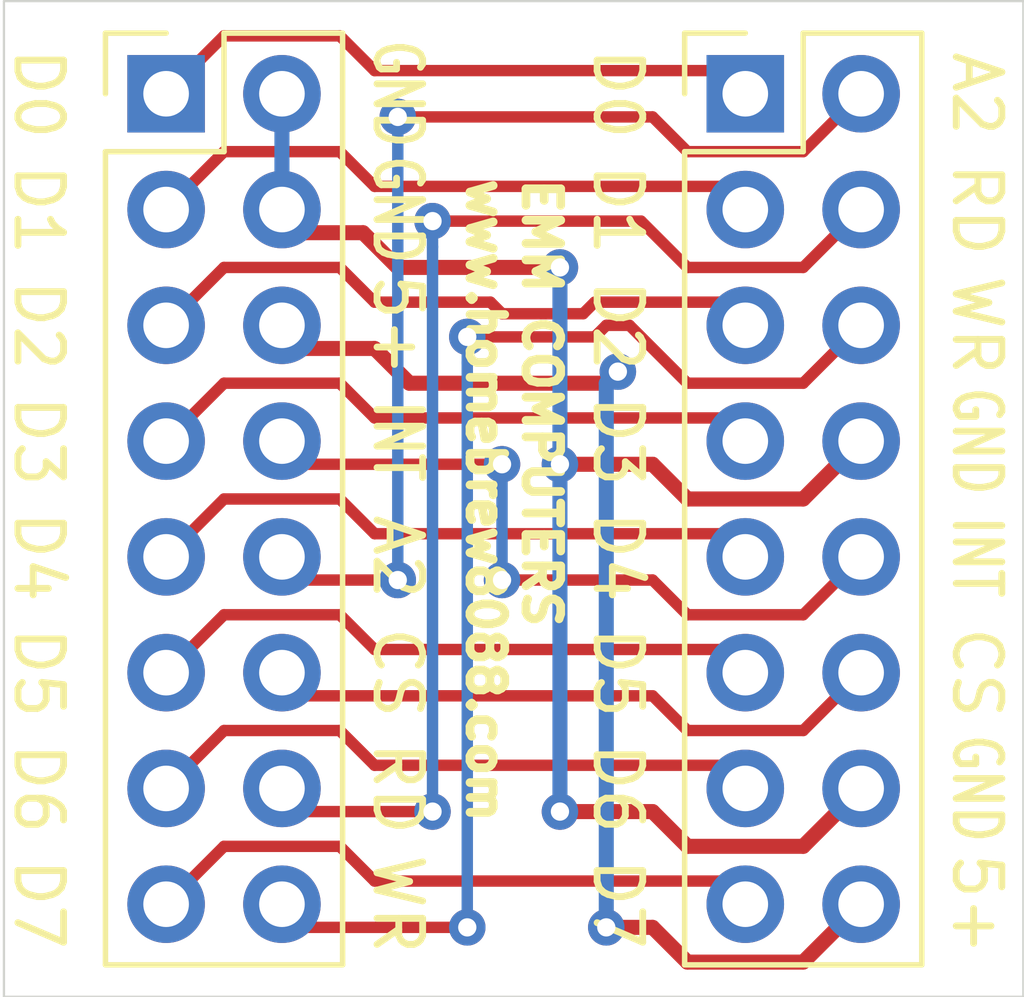
<source format=kicad_pcb>
(kicad_pcb (version 20171130) (host pcbnew "(5.1.8)-1")

  (general
    (thickness 1.6)
    (drawings 37)
    (tracks 129)
    (zones 0)
    (modules 2)
    (nets 16)
  )

  (page A4)
  (layers
    (0 F.Cu signal)
    (31 B.Cu signal)
    (32 B.Adhes user)
    (33 F.Adhes user)
    (34 B.Paste user)
    (35 F.Paste user)
    (36 B.SilkS user)
    (37 F.SilkS user)
    (38 B.Mask user)
    (39 F.Mask user)
    (40 Dwgs.User user)
    (41 Cmts.User user)
    (42 Eco1.User user)
    (43 Eco2.User user)
    (44 Edge.Cuts user)
    (45 Margin user)
    (46 B.CrtYd user)
    (47 F.CrtYd user)
    (48 B.Fab user)
    (49 F.Fab user)
  )

  (setup
    (last_trace_width 0.25)
    (trace_clearance 0.2)
    (zone_clearance 0.508)
    (zone_45_only no)
    (trace_min 0.2)
    (via_size 0.8)
    (via_drill 0.4)
    (via_min_size 0.4)
    (via_min_drill 0.3)
    (uvia_size 0.3)
    (uvia_drill 0.1)
    (uvias_allowed no)
    (uvia_min_size 0.2)
    (uvia_min_drill 0.1)
    (edge_width 0.05)
    (segment_width 0.2)
    (pcb_text_width 0.3)
    (pcb_text_size 1.5 1.5)
    (mod_edge_width 0.12)
    (mod_text_size 1 1)
    (mod_text_width 0.15)
    (pad_size 1.524 1.524)
    (pad_drill 0.762)
    (pad_to_mask_clearance 0)
    (aux_axis_origin 0 0)
    (visible_elements FFFFFF7F)
    (pcbplotparams
      (layerselection 0x010fc_ffffffff)
      (usegerberextensions false)
      (usegerberattributes false)
      (usegerberadvancedattributes true)
      (creategerberjobfile true)
      (excludeedgelayer true)
      (linewidth 0.100000)
      (plotframeref false)
      (viasonmask false)
      (mode 1)
      (useauxorigin false)
      (hpglpennumber 1)
      (hpglpenspeed 20)
      (hpglpendiameter 15.000000)
      (psnegative false)
      (psa4output false)
      (plotreference true)
      (plotvalue true)
      (plotinvisibletext false)
      (padsonsilk false)
      (subtractmaskfromsilk false)
      (outputformat 1)
      (mirror false)
      (drillshape 0)
      (scaleselection 1)
      (outputdirectory "Gerber/"))
  )

  (net 0 "")
  (net 1 /WR)
  (net 2 /D7)
  (net 3 /RD)
  (net 4 /D6)
  (net 5 /CS)
  (net 6 /D5)
  (net 7 /A0)
  (net 8 /D4)
  (net 9 /INT)
  (net 10 /D3)
  (net 11 /5+)
  (net 12 /D2)
  (net 13 /GND)
  (net 14 /D1)
  (net 15 /D0)

  (net_class Default "This is the default net class."
    (clearance 0.2)
    (trace_width 0.25)
    (via_dia 0.8)
    (via_drill 0.4)
    (uvia_dia 0.3)
    (uvia_drill 0.1)
    (add_net /5+)
    (add_net /A0)
    (add_net /CS)
    (add_net /D0)
    (add_net /D1)
    (add_net /D2)
    (add_net /D3)
    (add_net /D4)
    (add_net /D5)
    (add_net /D6)
    (add_net /D7)
    (add_net /GND)
    (add_net /INT)
    (add_net /RD)
    (add_net /WR)
  )

  (module Connector_PinHeader_2.54mm:PinHeader_2x08_P2.54mm_Vertical (layer F.Cu) (tedit 59FED5CC) (tstamp 62A63EB3)
    (at 149.86 81.28)
    (descr "Through hole straight pin header, 2x08, 2.54mm pitch, double rows")
    (tags "Through hole pin header THT 2x08 2.54mm double row")
    (path /62A64286)
    (fp_text reference J2 (at 1.27 -2.33) (layer F.SilkS) hide
      (effects (font (size 1 1) (thickness 0.15)))
    )
    (fp_text value Conn_02x08_Odd_Even (at 1.27 20.11) (layer F.Fab) hide
      (effects (font (size 1 1) (thickness 0.15)))
    )
    (fp_text user %R (at 1.27 8.89 90) (layer F.Fab) hide
      (effects (font (size 1 1) (thickness 0.15)))
    )
    (fp_line (start 0 -1.27) (end 3.81 -1.27) (layer F.Fab) (width 0.1))
    (fp_line (start 3.81 -1.27) (end 3.81 19.05) (layer F.Fab) (width 0.1))
    (fp_line (start 3.81 19.05) (end -1.27 19.05) (layer F.Fab) (width 0.1))
    (fp_line (start -1.27 19.05) (end -1.27 0) (layer F.Fab) (width 0.1))
    (fp_line (start -1.27 0) (end 0 -1.27) (layer F.Fab) (width 0.1))
    (fp_line (start -1.33 19.11) (end 3.87 19.11) (layer F.SilkS) (width 0.12))
    (fp_line (start -1.33 1.27) (end -1.33 19.11) (layer F.SilkS) (width 0.12))
    (fp_line (start 3.87 -1.33) (end 3.87 19.11) (layer F.SilkS) (width 0.12))
    (fp_line (start -1.33 1.27) (end 1.27 1.27) (layer F.SilkS) (width 0.12))
    (fp_line (start 1.27 1.27) (end 1.27 -1.33) (layer F.SilkS) (width 0.12))
    (fp_line (start 1.27 -1.33) (end 3.87 -1.33) (layer F.SilkS) (width 0.12))
    (fp_line (start -1.33 0) (end -1.33 -1.33) (layer F.SilkS) (width 0.12))
    (fp_line (start -1.33 -1.33) (end 0 -1.33) (layer F.SilkS) (width 0.12))
    (fp_line (start -1.8 -1.8) (end -1.8 19.55) (layer F.CrtYd) (width 0.05))
    (fp_line (start -1.8 19.55) (end 4.35 19.55) (layer F.CrtYd) (width 0.05))
    (fp_line (start 4.35 19.55) (end 4.35 -1.8) (layer F.CrtYd) (width 0.05))
    (fp_line (start 4.35 -1.8) (end -1.8 -1.8) (layer F.CrtYd) (width 0.05))
    (pad 16 thru_hole oval (at 2.54 17.78) (size 1.7 1.7) (drill 1) (layers *.Cu *.Mask)
      (net 11 /5+))
    (pad 15 thru_hole oval (at 0 17.78) (size 1.7 1.7) (drill 1) (layers *.Cu *.Mask)
      (net 2 /D7))
    (pad 14 thru_hole oval (at 2.54 15.24) (size 1.7 1.7) (drill 1) (layers *.Cu *.Mask)
      (net 13 /GND))
    (pad 13 thru_hole oval (at 0 15.24) (size 1.7 1.7) (drill 1) (layers *.Cu *.Mask)
      (net 4 /D6))
    (pad 12 thru_hole oval (at 2.54 12.7) (size 1.7 1.7) (drill 1) (layers *.Cu *.Mask)
      (net 5 /CS))
    (pad 11 thru_hole oval (at 0 12.7) (size 1.7 1.7) (drill 1) (layers *.Cu *.Mask)
      (net 6 /D5))
    (pad 10 thru_hole oval (at 2.54 10.16) (size 1.7 1.7) (drill 1) (layers *.Cu *.Mask)
      (net 9 /INT))
    (pad 9 thru_hole oval (at 0 10.16) (size 1.7 1.7) (drill 1) (layers *.Cu *.Mask)
      (net 8 /D4))
    (pad 8 thru_hole oval (at 2.54 7.62) (size 1.7 1.7) (drill 1) (layers *.Cu *.Mask)
      (net 13 /GND))
    (pad 7 thru_hole oval (at 0 7.62) (size 1.7 1.7) (drill 1) (layers *.Cu *.Mask)
      (net 10 /D3))
    (pad 6 thru_hole oval (at 2.54 5.08) (size 1.7 1.7) (drill 1) (layers *.Cu *.Mask)
      (net 1 /WR))
    (pad 5 thru_hole oval (at 0 5.08) (size 1.7 1.7) (drill 1) (layers *.Cu *.Mask)
      (net 12 /D2))
    (pad 4 thru_hole oval (at 2.54 2.54) (size 1.7 1.7) (drill 1) (layers *.Cu *.Mask)
      (net 3 /RD))
    (pad 3 thru_hole oval (at 0 2.54) (size 1.7 1.7) (drill 1) (layers *.Cu *.Mask)
      (net 14 /D1))
    (pad 2 thru_hole oval (at 2.54 0) (size 1.7 1.7) (drill 1) (layers *.Cu *.Mask)
      (net 7 /A0))
    (pad 1 thru_hole rect (at 0 0) (size 1.7 1.7) (drill 1) (layers *.Cu *.Mask)
      (net 15 /D0))
    (model ${KISYS3DMOD}/Connector_PinHeader_2.54mm.3dshapes/PinHeader_2x08_P2.54mm_Vertical.wrl
      (at (xyz 0 0 0))
      (scale (xyz 1 1 1))
      (rotate (xyz 0 0 0))
    )
  )

  (module Connector_PinHeader_2.54mm:PinHeader_2x08_P2.54mm_Vertical (layer F.Cu) (tedit 59FED5CC) (tstamp 62A63E8D)
    (at 137.16 81.28)
    (descr "Through hole straight pin header, 2x08, 2.54mm pitch, double rows")
    (tags "Through hole pin header THT 2x08 2.54mm double row")
    (path /62A6388D)
    (fp_text reference J1 (at 1.27 -2.33) (layer F.SilkS) hide
      (effects (font (size 1 1) (thickness 0.15)))
    )
    (fp_text value Conn_02x08_Odd_Even (at 1.27 20.11) (layer F.Fab) hide
      (effects (font (size 1 1) (thickness 0.15)))
    )
    (fp_text user %R (at 1.27 8.89 90) (layer F.Fab) hide
      (effects (font (size 1 1) (thickness 0.15)))
    )
    (fp_line (start 0 -1.27) (end 3.81 -1.27) (layer F.Fab) (width 0.1))
    (fp_line (start 3.81 -1.27) (end 3.81 19.05) (layer F.Fab) (width 0.1))
    (fp_line (start 3.81 19.05) (end -1.27 19.05) (layer F.Fab) (width 0.1))
    (fp_line (start -1.27 19.05) (end -1.27 0) (layer F.Fab) (width 0.1))
    (fp_line (start -1.27 0) (end 0 -1.27) (layer F.Fab) (width 0.1))
    (fp_line (start -1.33 19.11) (end 3.87 19.11) (layer F.SilkS) (width 0.12))
    (fp_line (start -1.33 1.27) (end -1.33 19.11) (layer F.SilkS) (width 0.12))
    (fp_line (start 3.87 -1.33) (end 3.87 19.11) (layer F.SilkS) (width 0.12))
    (fp_line (start -1.33 1.27) (end 1.27 1.27) (layer F.SilkS) (width 0.12))
    (fp_line (start 1.27 1.27) (end 1.27 -1.33) (layer F.SilkS) (width 0.12))
    (fp_line (start 1.27 -1.33) (end 3.87 -1.33) (layer F.SilkS) (width 0.12))
    (fp_line (start -1.33 0) (end -1.33 -1.33) (layer F.SilkS) (width 0.12))
    (fp_line (start -1.33 -1.33) (end 0 -1.33) (layer F.SilkS) (width 0.12))
    (fp_line (start -1.8 -1.8) (end -1.8 19.55) (layer F.CrtYd) (width 0.05))
    (fp_line (start -1.8 19.55) (end 4.35 19.55) (layer F.CrtYd) (width 0.05))
    (fp_line (start 4.35 19.55) (end 4.35 -1.8) (layer F.CrtYd) (width 0.05))
    (fp_line (start 4.35 -1.8) (end -1.8 -1.8) (layer F.CrtYd) (width 0.05))
    (pad 16 thru_hole oval (at 2.54 17.78) (size 1.7 1.7) (drill 1) (layers *.Cu *.Mask)
      (net 1 /WR))
    (pad 15 thru_hole oval (at 0 17.78) (size 1.7 1.7) (drill 1) (layers *.Cu *.Mask)
      (net 2 /D7))
    (pad 14 thru_hole oval (at 2.54 15.24) (size 1.7 1.7) (drill 1) (layers *.Cu *.Mask)
      (net 3 /RD))
    (pad 13 thru_hole oval (at 0 15.24) (size 1.7 1.7) (drill 1) (layers *.Cu *.Mask)
      (net 4 /D6))
    (pad 12 thru_hole oval (at 2.54 12.7) (size 1.7 1.7) (drill 1) (layers *.Cu *.Mask)
      (net 5 /CS))
    (pad 11 thru_hole oval (at 0 12.7) (size 1.7 1.7) (drill 1) (layers *.Cu *.Mask)
      (net 6 /D5))
    (pad 10 thru_hole oval (at 2.54 10.16) (size 1.7 1.7) (drill 1) (layers *.Cu *.Mask)
      (net 7 /A0))
    (pad 9 thru_hole oval (at 0 10.16) (size 1.7 1.7) (drill 1) (layers *.Cu *.Mask)
      (net 8 /D4))
    (pad 8 thru_hole oval (at 2.54 7.62) (size 1.7 1.7) (drill 1) (layers *.Cu *.Mask)
      (net 9 /INT))
    (pad 7 thru_hole oval (at 0 7.62) (size 1.7 1.7) (drill 1) (layers *.Cu *.Mask)
      (net 10 /D3))
    (pad 6 thru_hole oval (at 2.54 5.08) (size 1.7 1.7) (drill 1) (layers *.Cu *.Mask)
      (net 11 /5+))
    (pad 5 thru_hole oval (at 0 5.08) (size 1.7 1.7) (drill 1) (layers *.Cu *.Mask)
      (net 12 /D2))
    (pad 4 thru_hole oval (at 2.54 2.54) (size 1.7 1.7) (drill 1) (layers *.Cu *.Mask)
      (net 13 /GND))
    (pad 3 thru_hole oval (at 0 2.54) (size 1.7 1.7) (drill 1) (layers *.Cu *.Mask)
      (net 14 /D1))
    (pad 2 thru_hole oval (at 2.54 0) (size 1.7 1.7) (drill 1) (layers *.Cu *.Mask)
      (net 13 /GND))
    (pad 1 thru_hole rect (at 0 0) (size 1.7 1.7) (drill 1) (layers *.Cu *.Mask)
      (net 15 /D0))
    (model ${KISYS3DMOD}/Connector_PinHeader_2.54mm.3dshapes/PinHeader_2x08_P2.54mm_Vertical.wrl
      (at (xyz 0 0 0))
      (scale (xyz 1 1 1))
      (rotate (xyz 0 0 0))
    )
  )

  (gr_line (start 155.956 79.248) (end 155.956 101.092) (layer Edge.Cuts) (width 0.05) (tstamp 62A64D52))
  (gr_line (start 133.604 79.248) (end 155.956 79.248) (layer Edge.Cuts) (width 0.05))
  (gr_line (start 133.604 101.092) (end 133.604 79.248) (layer Edge.Cuts) (width 0.05))
  (gr_line (start 133.604 101.092) (end 155.956 101.092) (layer Edge.Cuts) (width 0.05))
  (gr_text "EMM COMPUTERS\nwww.homebrew8088.com\n" (at 144.78 83.058 270) (layer F.SilkS) (tstamp 62A64208)
    (effects (font (size 0.762 0.762) (thickness 0.1905)) (justify left))
  )
  (gr_text CS (at 154.94 93.98 270) (layer F.SilkS) (tstamp 62A640F4)
    (effects (font (size 1 1) (thickness 0.15)))
  )
  (gr_text 5+ (at 154.94 99.06 270) (layer F.SilkS) (tstamp 62A640F2)
    (effects (font (size 1 1) (thickness 0.15)))
  )
  (gr_text GND (at 154.94 96.52 270) (layer F.SilkS) (tstamp 62A640EC)
    (effects (font (size 1 0.762) (thickness 0.15)))
  )
  (gr_text INT (at 154.94 91.44 270) (layer F.SilkS) (tstamp 62A640EB)
    (effects (font (size 1 0.762) (thickness 0.15)))
  )
  (gr_text GND (at 142.24 83.82 270) (layer F.SilkS) (tstamp 62A640F4)
    (effects (font (size 1 0.762) (thickness 0.15)))
  )
  (gr_text INT (at 142.24 88.9 270) (layer F.SilkS) (tstamp 62A640F2)
    (effects (font (size 1 0.762) (thickness 0.15)))
  )
  (gr_text 5+ (at 142.24 86.36 270) (layer F.SilkS) (tstamp 62A640EC)
    (effects (font (size 1 1) (thickness 0.15)))
  )
  (gr_text GND (at 142.24 81.28 270) (layer F.SilkS) (tstamp 62A640EB)
    (effects (font (size 1 0.762) (thickness 0.15)))
  )
  (gr_text D0 (at 147.066 81.28 270) (layer F.SilkS) (tstamp 62A640F5)
    (effects (font (size 1 1) (thickness 0.15)))
  )
  (gr_text RD (at 154.94 83.82 270) (layer F.SilkS) (tstamp 62A640F4)
    (effects (font (size 1 1) (thickness 0.15)))
  )
  (gr_text D5 (at 147.066 93.98 270) (layer F.SilkS) (tstamp 62A640F3)
    (effects (font (size 1 1) (thickness 0.15)))
  )
  (gr_text GND (at 154.94 88.9 270) (layer F.SilkS) (tstamp 62A640F2)
    (effects (font (size 1 0.762) (thickness 0.15)))
  )
  (gr_text D3 (at 147.066 88.9 270) (layer F.SilkS) (tstamp 62A640F1)
    (effects (font (size 1 1) (thickness 0.15)))
  )
  (gr_text D4 (at 147.066 91.44 270) (layer F.SilkS) (tstamp 62A640F0)
    (effects (font (size 1 1) (thickness 0.15)))
  )
  (gr_text D1 (at 147.066 83.82 270) (layer F.SilkS) (tstamp 62A640EF)
    (effects (font (size 1 1) (thickness 0.15)))
  )
  (gr_text D6 (at 147.066 96.52 270) (layer F.SilkS) (tstamp 62A640EE)
    (effects (font (size 1 1) (thickness 0.15)))
  )
  (gr_text D2 (at 147.066 86.36 270) (layer F.SilkS) (tstamp 62A640ED)
    (effects (font (size 1 1) (thickness 0.15)))
  )
  (gr_text WR (at 154.94 86.36 270) (layer F.SilkS) (tstamp 62A640EC)
    (effects (font (size 1 1) (thickness 0.15)))
  )
  (gr_text A2 (at 154.94 81.28 270) (layer F.SilkS) (tstamp 62A640EB)
    (effects (font (size 1 1) (thickness 0.15)))
  )
  (gr_text D7 (at 147.066 99.06 270) (layer F.SilkS) (tstamp 62A640EA)
    (effects (font (size 1 1) (thickness 0.15)))
  )
  (gr_text D0 (at 134.366 81.28 270) (layer F.SilkS) (tstamp 62A640F5)
    (effects (font (size 1 1) (thickness 0.15)))
  )
  (gr_text CS (at 142.24 93.98 270) (layer F.SilkS) (tstamp 62A640F4)
    (effects (font (size 1 1) (thickness 0.15)))
  )
  (gr_text D5 (at 134.366 93.98 270) (layer F.SilkS) (tstamp 62A640F3)
    (effects (font (size 1 1) (thickness 0.15)))
  )
  (gr_text WR (at 142.24 99.06 270) (layer F.SilkS) (tstamp 62A640F2)
    (effects (font (size 1 1) (thickness 0.15)))
  )
  (gr_text D3 (at 134.366 88.9 270) (layer F.SilkS) (tstamp 62A640F1)
    (effects (font (size 1 1) (thickness 0.15)))
  )
  (gr_text D4 (at 134.366 91.44 270) (layer F.SilkS) (tstamp 62A640F0)
    (effects (font (size 1 1) (thickness 0.15)))
  )
  (gr_text D1 (at 134.366 83.82 270) (layer F.SilkS) (tstamp 62A640EF)
    (effects (font (size 1 1) (thickness 0.15)))
  )
  (gr_text D6 (at 134.366 96.52 270) (layer F.SilkS) (tstamp 62A640EE)
    (effects (font (size 1 1) (thickness 0.15)))
  )
  (gr_text D2 (at 134.366 86.36 270) (layer F.SilkS) (tstamp 62A640ED)
    (effects (font (size 1 1) (thickness 0.15)))
  )
  (gr_text RD (at 142.24 96.52 270) (layer F.SilkS) (tstamp 62A640EC)
    (effects (font (size 1 1) (thickness 0.15)))
  )
  (gr_text A2 (at 142.24 91.44 270) (layer F.SilkS) (tstamp 62A640EB)
    (effects (font (size 1 1) (thickness 0.15)))
  )
  (gr_text D7 (at 134.366 99.06 270) (layer F.SilkS) (tstamp 62A640EA)
    (effects (font (size 1 1) (thickness 0.15)))
  )

  (segment (start 149.352 98.552) (end 149.86 99.06) (width 0.25) (layer F.Cu) (net 2))
  (segment (start 149.352 88.392) (end 149.86 88.9) (width 0.25) (layer F.Cu) (net 10) (tstamp 62A64586))
  (segment (start 149.352 96.012) (end 149.86 96.52) (width 0.25) (layer F.Cu) (net 4) (tstamp 62A64546))
  (segment (start 149.352 93.472) (end 149.86 93.98) (width 0.25) (layer F.Cu) (net 6) (tstamp 62A64553))
  (segment (start 149.352 90.932) (end 149.86 91.44) (width 0.25) (layer F.Cu) (net 8) (tstamp 62A64564))
  (segment (start 148.59 95.25) (end 147.828 94.488) (width 0.25) (layer F.Cu) (net 5) (tstamp 62A645B3))
  (segment (start 151.13 95.25) (end 148.59 95.25) (width 0.25) (layer F.Cu) (net 5) (tstamp 62A645B4))
  (segment (start 152.4 93.98) (end 151.13 95.25) (width 0.25) (layer F.Cu) (net 5) (tstamp 62A645B5))
  (segment (start 149.352 80.772) (end 149.86 81.28) (width 0.25) (layer F.Cu) (net 15) (tstamp 62A6457A))
  (segment (start 139.7 81.28) (end 139.7 83.82) (width 0.3302) (layer B.Cu) (net 13) (status 30))
  (segment (start 152.4 91.44) (end 151.13 92.71) (width 0.25) (layer F.Cu) (net 9) (tstamp 62A646A4))
  (segment (start 151.13 92.71) (end 148.59 92.71) (width 0.25) (layer F.Cu) (net 9) (tstamp 62A646A5))
  (segment (start 148.59 92.71) (end 147.828 91.948) (width 0.25) (layer F.Cu) (net 9) (tstamp 62A646A6))
  (segment (start 143.764 99.568) (end 143.764 99.568) (width 0.25) (layer B.Cu) (net 1) (tstamp 62A646EF))
  (via (at 143.764 99.568) (size 0.8) (drill 0.4) (layers F.Cu B.Cu) (net 1))
  (segment (start 140.208 99.568) (end 139.7 99.06) (width 0.25) (layer F.Cu) (net 1))
  (segment (start 143.764 99.568) (end 140.208 99.568) (width 0.25) (layer F.Cu) (net 1))
  (via (at 143.764 86.614) (size 0.8) (drill 0.4) (layers F.Cu B.Cu) (net 1))
  (segment (start 143.764 99.568) (end 143.764 87.179685) (width 0.25) (layer B.Cu) (net 1))
  (segment (start 143.764 87.179685) (end 143.764 86.614) (width 0.25) (layer B.Cu) (net 1))
  (segment (start 151.13 87.63) (end 152.4 86.36) (width 0.25) (layer F.Cu) (net 1))
  (segment (start 148.59 87.63) (end 151.13 87.63) (width 0.25) (layer F.Cu) (net 1))
  (segment (start 147.32 86.36) (end 148.59 87.63) (width 0.25) (layer F.Cu) (net 1))
  (segment (start 146.812 86.36) (end 147.32 86.36) (width 0.25) (layer F.Cu) (net 1))
  (segment (start 146.558 86.614) (end 146.812 86.36) (width 0.25) (layer F.Cu) (net 1))
  (segment (start 143.764 86.614) (end 146.558 86.614) (width 0.25) (layer F.Cu) (net 1))
  (segment (start 141.732 98.552) (end 149.352 98.552) (width 0.25) (layer F.Cu) (net 2))
  (segment (start 140.97 97.79) (end 141.732 98.552) (width 0.25) (layer F.Cu) (net 2))
  (segment (start 138.43 97.79) (end 140.97 97.79) (width 0.25) (layer F.Cu) (net 2))
  (segment (start 137.16 99.06) (end 138.43 97.79) (width 0.25) (layer F.Cu) (net 2))
  (segment (start 143.002 97.028) (end 143.002 97.028) (width 0.25) (layer B.Cu) (net 3) (tstamp 62A646F1))
  (via (at 143.002 97.028) (size 0.8) (drill 0.4) (layers F.Cu B.Cu) (net 3))
  (segment (start 140.208 97.028) (end 139.7 96.52) (width 0.25) (layer F.Cu) (net 3))
  (segment (start 143.002 97.028) (end 140.208 97.028) (width 0.25) (layer F.Cu) (net 3))
  (via (at 143.002 84.074) (size 0.8) (drill 0.4) (layers F.Cu B.Cu) (net 3))
  (segment (start 148.59 85.09) (end 147.574 84.074) (width 0.25) (layer F.Cu) (net 3))
  (segment (start 152.4 83.82) (end 151.13 85.09) (width 0.25) (layer F.Cu) (net 3))
  (segment (start 151.13 85.09) (end 148.59 85.09) (width 0.25) (layer F.Cu) (net 3))
  (segment (start 143.002 97.028) (end 143.002 84.639685) (width 0.25) (layer B.Cu) (net 3))
  (segment (start 143.002 84.639685) (end 143.002 84.074) (width 0.25) (layer B.Cu) (net 3))
  (segment (start 147.574 84.074) (end 143.002 84.074) (width 0.25) (layer F.Cu) (net 3))
  (segment (start 141.732 96.012) (end 149.352 96.012) (width 0.25) (layer F.Cu) (net 4))
  (segment (start 140.97 95.25) (end 141.732 96.012) (width 0.25) (layer F.Cu) (net 4))
  (segment (start 138.43 95.25) (end 140.97 95.25) (width 0.25) (layer F.Cu) (net 4))
  (segment (start 137.16 96.52) (end 138.43 95.25) (width 0.25) (layer F.Cu) (net 4))
  (segment (start 140.208 94.488) (end 139.7 93.98) (width 0.25) (layer F.Cu) (net 5))
  (segment (start 147.828 94.488) (end 140.208 94.488) (width 0.25) (layer F.Cu) (net 5))
  (segment (start 141.732 93.472) (end 149.352 93.472) (width 0.25) (layer F.Cu) (net 6))
  (segment (start 140.97 92.71) (end 141.732 93.472) (width 0.25) (layer F.Cu) (net 6))
  (segment (start 138.43 92.71) (end 140.97 92.71) (width 0.25) (layer F.Cu) (net 6))
  (segment (start 137.16 93.98) (end 138.43 92.71) (width 0.25) (layer F.Cu) (net 6))
  (segment (start 152.4 81.28) (end 151.13 82.55) (width 0.25) (layer F.Cu) (net 7) (tstamp 62A646D3))
  (segment (start 151.13 82.55) (end 148.59 82.55) (width 0.25) (layer F.Cu) (net 7) (tstamp 62A646D4))
  (segment (start 148.59 82.55) (end 147.828 81.788) (width 0.25) (layer F.Cu) (net 7) (tstamp 62A646D5))
  (via (at 142.24 81.788) (size 0.8) (drill 0.4) (layers F.Cu B.Cu) (net 7))
  (segment (start 142.24 81.788) (end 142.24 91.948) (width 0.25) (layer B.Cu) (net 7))
  (segment (start 142.24 91.948) (end 142.24 91.948) (width 0.25) (layer B.Cu) (net 7) (tstamp 62A646F3))
  (via (at 142.24 91.948) (size 0.8) (drill 0.4) (layers F.Cu B.Cu) (net 7))
  (segment (start 140.208 91.948) (end 139.7 91.44) (width 0.25) (layer F.Cu) (net 7))
  (segment (start 142.24 91.948) (end 140.208 91.948) (width 0.25) (layer F.Cu) (net 7))
  (segment (start 147.828 81.788) (end 142.24 81.788) (width 0.25) (layer F.Cu) (net 7))
  (segment (start 141.732 90.932) (end 149.352 90.932) (width 0.25) (layer F.Cu) (net 8))
  (segment (start 140.97 90.17) (end 141.732 90.932) (width 0.25) (layer F.Cu) (net 8))
  (segment (start 138.43 90.17) (end 140.97 90.17) (width 0.25) (layer F.Cu) (net 8))
  (segment (start 137.16 91.44) (end 138.43 90.17) (width 0.25) (layer F.Cu) (net 8))
  (via (at 144.526 91.948) (size 0.8) (drill 0.4) (layers F.Cu B.Cu) (net 9))
  (segment (start 144.526 91.948) (end 144.526 89.408) (width 0.25) (layer B.Cu) (net 9))
  (segment (start 144.526 89.408) (end 144.526 89.408) (width 0.25) (layer B.Cu) (net 9) (tstamp 62A64741))
  (via (at 144.526 89.408) (size 0.8) (drill 0.4) (layers F.Cu B.Cu) (net 9))
  (segment (start 140.208 89.408) (end 139.7 88.9) (width 0.25) (layer F.Cu) (net 9))
  (segment (start 144.526 89.408) (end 140.208 89.408) (width 0.25) (layer F.Cu) (net 9))
  (segment (start 147.828 91.948) (end 144.526 91.948) (width 0.25) (layer F.Cu) (net 9))
  (segment (start 141.732 88.392) (end 149.352 88.392) (width 0.25) (layer F.Cu) (net 10))
  (segment (start 140.97 87.63) (end 141.732 88.392) (width 0.25) (layer F.Cu) (net 10))
  (segment (start 138.43 87.63) (end 140.97 87.63) (width 0.25) (layer F.Cu) (net 10))
  (segment (start 137.16 88.9) (end 138.43 87.63) (width 0.25) (layer F.Cu) (net 10))
  (segment (start 148.59 100.33) (end 147.828 99.568) (width 0.3302) (layer F.Cu) (net 11))
  (segment (start 151.13 100.33) (end 148.59 100.33) (width 0.3302) (layer F.Cu) (net 11))
  (segment (start 152.4 99.06) (end 151.13 100.33) (width 0.3302) (layer F.Cu) (net 11))
  (segment (start 146.812 99.568) (end 146.812 99.568) (width 0.3302) (layer F.Cu) (net 11) (tstamp 62A64890))
  (via (at 146.812 99.568) (size 0.8) (drill 0.4) (layers F.Cu B.Cu) (net 11))
  (segment (start 146.812 87.63) (end 147.066 87.376) (width 0.3302) (layer B.Cu) (net 11))
  (segment (start 146.812 99.568) (end 146.812 87.63) (width 0.3302) (layer B.Cu) (net 11))
  (segment (start 146.812 87.63) (end 147.066 87.376) (width 0.3302) (layer F.Cu) (net 11))
  (segment (start 142.494 87.63) (end 146.812 87.63) (width 0.3302) (layer F.Cu) (net 11))
  (segment (start 141.732 86.868) (end 142.494 87.63) (width 0.3302) (layer F.Cu) (net 11))
  (segment (start 140.208 86.868) (end 141.732 86.868) (width 0.3302) (layer F.Cu) (net 11))
  (segment (start 139.7 86.36) (end 140.208 86.868) (width 0.3302) (layer F.Cu) (net 11))
  (segment (start 147.066 87.376) (end 147.066 87.376) (width 0.3302) (layer F.Cu) (net 11) (tstamp 62A6489A))
  (via (at 147.066 87.376) (size 0.8) (drill 0.4) (layers F.Cu B.Cu) (net 11))
  (segment (start 147.828 99.568) (end 146.812 99.568) (width 0.3302) (layer F.Cu) (net 11))
  (segment (start 149.352 85.852) (end 149.86 86.36) (width 0.25) (layer F.Cu) (net 12))
  (segment (start 146.558 85.852) (end 149.352 85.852) (width 0.25) (layer F.Cu) (net 12))
  (segment (start 146.304 86.106) (end 146.558 85.852) (width 0.25) (layer F.Cu) (net 12))
  (segment (start 144.526 86.106) (end 146.304 86.106) (width 0.25) (layer F.Cu) (net 12))
  (segment (start 144.272 85.852) (end 144.526 86.106) (width 0.25) (layer F.Cu) (net 12))
  (segment (start 141.732 85.852) (end 144.272 85.852) (width 0.25) (layer F.Cu) (net 12))
  (segment (start 140.97 85.09) (end 141.732 85.852) (width 0.25) (layer F.Cu) (net 12))
  (segment (start 138.43 85.09) (end 140.97 85.09) (width 0.25) (layer F.Cu) (net 12))
  (segment (start 137.16 86.36) (end 138.43 85.09) (width 0.25) (layer F.Cu) (net 12))
  (segment (start 142.24 85.09) (end 145.796 85.09) (width 0.3302) (layer F.Cu) (net 13))
  (segment (start 141.478 84.328) (end 142.24 85.09) (width 0.3302) (layer F.Cu) (net 13))
  (segment (start 140.208 84.328) (end 141.478 84.328) (width 0.3302) (layer F.Cu) (net 13))
  (segment (start 139.7 83.82) (end 140.208 84.328) (width 0.3302) (layer F.Cu) (net 13))
  (segment (start 148.59 90.17) (end 147.828 89.408) (width 0.3302) (layer F.Cu) (net 13))
  (segment (start 151.13 90.17) (end 148.59 90.17) (width 0.3302) (layer F.Cu) (net 13))
  (segment (start 152.4 88.9) (end 151.13 90.17) (width 0.3302) (layer F.Cu) (net 13))
  (segment (start 145.796 89.408) (end 145.796 89.408) (width 0.3302) (layer F.Cu) (net 13) (tstamp 62A64887))
  (via (at 145.796 89.408) (size 0.8) (drill 0.4) (layers F.Cu B.Cu) (net 13))
  (segment (start 145.796 89.408) (end 145.796 85.09) (width 0.3302) (layer B.Cu) (net 13))
  (segment (start 145.796 85.09) (end 145.796 85.09) (width 0.3302) (layer B.Cu) (net 13) (tstamp 62A64889))
  (via (at 145.796 85.09) (size 0.8) (drill 0.4) (layers F.Cu B.Cu) (net 13))
  (segment (start 145.796 89.408) (end 145.796 97.028) (width 0.3302) (layer B.Cu) (net 13))
  (segment (start 148.59 97.79) (end 147.828 97.028) (width 0.3302) (layer F.Cu) (net 13))
  (segment (start 151.13 97.79) (end 148.59 97.79) (width 0.3302) (layer F.Cu) (net 13))
  (segment (start 152.4 96.52) (end 151.13 97.79) (width 0.3302) (layer F.Cu) (net 13))
  (segment (start 145.796 97.028) (end 145.796 97.028) (width 0.3302) (layer B.Cu) (net 13) (tstamp 62A6488D))
  (via (at 145.796 97.028) (size 0.8) (drill 0.4) (layers F.Cu B.Cu) (net 13))
  (segment (start 147.828 89.408) (end 145.796 89.408) (width 0.3302) (layer F.Cu) (net 13))
  (segment (start 147.828 97.028) (end 145.796 97.028) (width 0.3302) (layer F.Cu) (net 13))
  (segment (start 149.352 83.312) (end 149.86 83.82) (width 0.25) (layer F.Cu) (net 14) (tstamp 62A64578))
  (segment (start 141.732 83.312) (end 149.352 83.312) (width 0.25) (layer F.Cu) (net 14))
  (segment (start 140.97 82.55) (end 141.732 83.312) (width 0.25) (layer F.Cu) (net 14))
  (segment (start 138.43 82.55) (end 140.97 82.55) (width 0.25) (layer F.Cu) (net 14))
  (segment (start 137.16 83.82) (end 138.43 82.55) (width 0.25) (layer F.Cu) (net 14))
  (segment (start 141.732 80.772) (end 149.352 80.772) (width 0.25) (layer F.Cu) (net 15))
  (segment (start 140.97 80.01) (end 141.732 80.772) (width 0.25) (layer F.Cu) (net 15))
  (segment (start 138.43 80.01) (end 140.97 80.01) (width 0.25) (layer F.Cu) (net 15))
  (segment (start 137.16 81.28) (end 138.43 80.01) (width 0.25) (layer F.Cu) (net 15))

)

</source>
